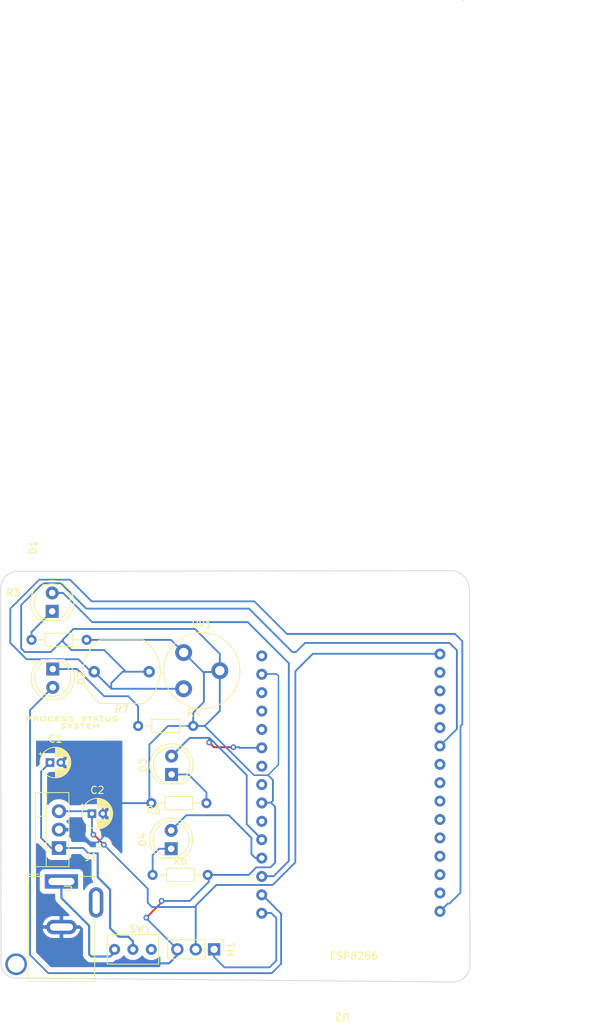
<source format=kicad_pcb>
(kicad_pcb (version 20211014) (generator pcbnew)
  (layers (0 "F.Cu" signal) (31 "B.Cu" signal) (34 "B.Paste" user) (35 "F.Paste" user) (36 "B.SilkS" user "B.Silkscreen") (37 "F.SilkS" user "F.Silkscreen") (38 "B.Mask" user) (39 "F.Mask" user) (44 "Edge.Cuts" user))
  (net 0 "")
  (net 1 "Net-(D1-Pad1)")
  (net 2 "Net-(D2-Pad1)")
  (net 3 "P3_LED")
  (net 4 "Net-(D3-Pad1)")
  (net 5 "P1_LED")
  (net 6 "Net-(D4-Pad1)")
  (net 7 "P2_LED")
  (net 8 "SERVO_SIGNAL")
  (net 9 "LDR1")
  (net 11 "Net-(C1-Pad1)")
  (net 15 "P4_LED")
  (net 17 "Net-(J1-Pad1)")
  (net 33 "GND")
  (net 34 "5V")
  (footprint "Capacitor_THT:CP_Radial_D4.0mm_P1.50mm" (layer "F.Cu") (at 24.24 133.2726)
    (fp_text reference "C1" (at 0.75 -3.25) (layer "F.SilkS"))
    (fp_text value "C")
    (fp_line (start 2.831 -0.37) (end 2.831 0.37) (layer "F.SilkS") (width 0.12))
    (fp_line (start 0.75 -2.08) (end 0.75 -0.84) (layer "F.SilkS") (width 0.12))
    (fp_line (start 2.031 -1.65) (end 2.031 -0.84) (layer "F.SilkS") (width 0.12))
    (fp_line (start 1.43 -1.968) (end 1.43 -0.84) (layer "F.SilkS") (width 0.12))
    (fp_line (start 2.111 -1.587) (end 2.111 -0.84) (layer "F.SilkS") (width 0.12))
    (fp_line (start 2.271 -1.438) (end 2.271 -0.84) (layer "F.SilkS") (width 0.12))
    (fp_line (start 1.511 0.84) (end 1.511 1.94) (layer "F.SilkS") (width 0.12))
    (fp_line (start 1.951 -1.708) (end 1.951 -0.84) (layer "F.SilkS") (width 0.12))
    (fp_line (start 1.631 0.84) (end 1.631 1.889) (layer "F.SilkS") (width 0.12))
    (fp_line (start 2.151 0.84) (end 2.151 1.552) (layer "F.SilkS") (width 0.12))
    (fp_line (start 1.911 0.84) (end 1.911 1.735) (layer "F.SilkS") (width 0.12))
    (fp_line (start 1.07 0.84) (end 1.07 2.056) (layer "F.SilkS") (width 0.12))
    (fp_line (start 1.15 0.84) (end 1.15 2.042) (layer "F.SilkS") (width 0.12))
    (fp_line (start 2.711 -0.768) (end 2.711 0.768) (layer "F.SilkS") (width 0.12))
    (fp_line (start 1.871 -1.76) (end 1.871 -0.84) (layer "F.SilkS") (width 0.12))
    (fp_line (start 0.75 0.84) (end 0.75 2.08) (layer "F.SilkS") (width 0.12))
    (fp_line (start 1.791 0.84) (end 1.791 1.808) (layer "F.SilkS") (width 0.12))
    (fp_line (start 1.39 0.84) (end 1.39 1.982) (layer "F.SilkS") (width 0.12))
    (fp_line (start 1.591 -1.907) (end 1.591 -0.84) (layer "F.SilkS") (width 0.12))
    (fp_line (start 2.671 -0.859) (end 2.671 0.859) (layer "F.SilkS") (width 0.12))
    (fp_line (start 2.631 -0.94) (end 2.631 0.94) (layer "F.SilkS") (width 0.12))
    (fp_line (start 1.711 0.84) (end 1.711 1.851) (layer "F.SilkS") (width 0.12))
    (fp_line (start 2.111 0.84) (end 2.111 1.587) (layer "F.SilkS") (width 0.12))
    (fp_line (start 1.991 -1.68) (end 1.991 -0.84) (layer "F.SilkS") (width 0.12))
    (fp_line (start 1.35 -1.994) (end 1.35 -0.84) (layer "F.SilkS") (width 0.12))
    (fp_line (start 1.711 -1.851) (end 1.711 -0.84) (layer "F.SilkS") (width 0.12))
    (fp_line (start 1.831 -1.785) (end 1.831 -0.84) (layer "F.SilkS") (width 0.12))
    (fp_line (start 1.11 0.84) (end 1.11 2.05) (layer "F.SilkS") (width 0.12))
    (fp_line (start 1.27 -2.016) (end 1.27 -0.84) (layer "F.SilkS") (width 0.12))
    (fp_line (start 1.19 -2.034) (end 1.19 -0.84) (layer "F.SilkS") (width 0.12))
    (fp_line (start 1.751 -1.83) (end 1.751 -0.84) (layer "F.SilkS") (width 0.12))
    (fp_line (start 0.83 -2.079) (end 0.83 -0.84) (layer "F.SilkS") (width 0.12))
    (fp_line (start 1.671 -1.87) (end 1.671 -0.84) (layer "F.SilkS") (width 0.12))
    (fp_line (start 2.071 0.84) (end 2.071 1.619) (layer "F.SilkS") (width 0.12))
    (fp_line (start 1.951 0.84) (end 1.951 1.708) (layer "F.SilkS") (width 0.12))
    (fp_line (start 1.03 0.84) (end 1.03 2.062) (layer "F.SilkS") (width 0.12))
    (fp_line (start 1.591 0.84) (end 1.591 1.907) (layer "F.SilkS") (width 0.12))
    (fp_line (start 1.23 -2.025) (end 1.23 -0.84) (layer "F.SilkS") (width 0.12))
    (fp_line (start 1.35 0.84) (end 1.35 1.994) (layer "F.SilkS") (width 0.12))
    (fp_line (start 0.95 -2.071) (end 0.95 -0.84) (layer "F.SilkS") (width 0.12))
    (fp_line (start 2.311 0.84) (end 2.311 1.396) (layer "F.SilkS") (width 0.12))
    (fp_line (start 2.791 -0.537) (end 2.791 0.537) (layer "F.SilkS") (width 0.12))
    (fp_line (start 1.991 0.84) (end 1.991 1.68) (layer "F.SilkS") (width 0.12))
    (fp_line (start 1.23 0.84) (end 1.23 2.025) (layer "F.SilkS") (width 0.12))
    (fp_line (start 1.471 -1.954) (end 1.471 -0.84) (layer "F.SilkS") (width 0.12))
    (fp_line (start 1.911 -1.735) (end 1.911 -0.84) (layer "F.SilkS") (width 0.12))
    (fp_line (start 2.471 -1.2) (end 2.471 1.2) (layer "F.SilkS") (width 0.12))
    (fp_line (start 1.15 -2.042) (end 1.15 -0.84) (layer "F.SilkS") (width 0.12))
    (fp_line (start 0.87 -2.077) (end 0.87 -0.84) (layer "F.SilkS") (width 0.12))
    (fp_line (start 1.471 0.84) (end 1.471 1.954) (layer "F.SilkS") (width 0.12))
    (fp_line (start 2.071 -1.619) (end 2.071 -0.84) (layer "F.SilkS") (width 0.12))
    (fp_line (start 2.191 -1.516) (end 2.191 -0.84) (layer "F.SilkS") (width 0.12))
    (fp_line (start 1.831 0.84) (end 1.831 1.785) (layer "F.SilkS") (width 0.12))
    (fp_line (start 1.31 0.84) (end 1.31 2.005) (layer "F.SilkS") (width 0.12))
    (fp_line (start 0.79 0.84) (end 0.79 2.08) (layer "F.SilkS") (width 0.12))
    (fp_line (start -1.519801 -1.195) (end -1.119801 -1.195) (layer "F.SilkS") (width 0.12))
    (fp_line (start 2.311 -1.396) (end 2.311 -0.84) (layer "F.SilkS") (width 0.12))
    (fp_line (start 1.27 0.84) (end 1.27 2.016) (layer "F.SilkS") (width 0.12))
    (fp_line (start 1.751 0.84) (end 1.751 1.83) (layer "F.SilkS") (width 0.12))
    (fp_line (start 1.551 -1.924) (end 1.551 -0.84) (layer "F.SilkS") (width 0.12))
    (fp_line (start 0.91 0.84) (end 0.91 2.074) (layer "F.SilkS") (width 0.12))
    (fp_line (start 2.431 -1.254) (end 2.431 1.254) (layer "F.SilkS") (width 0.12))
    (fp_line (start 1.551 0.84) (end 1.551 1.924) (layer "F.SilkS") (width 0.12))
    (fp_line (start 2.231 -1.478) (end 2.231 -0.84) (layer "F.SilkS") (width 0.12))
    (fp_line (start 0.99 0.84) (end 0.99 2.067) (layer "F.SilkS") (width 0.12))
    (fp_line (start 1.43 0.84) (end 1.43 1.968) (layer "F.SilkS") (width 0.12))
    (fp_line (start 2.551 -1.08) (end 2.551 1.08) (layer "F.SilkS") (width 0.12))
    (fp_line (start 1.31 -2.005) (end 1.31 -0.84) (layer "F.SilkS") (width 0.12))
    (fp_line (start -1.319801 -1.395) (end -1.319801 -0.995) (layer "F.SilkS") (width 0.12))
    (fp_line (start 1.11 -2.05) (end 1.11 -0.84) (layer "F.SilkS") (width 0.12))
    (fp_line (start 2.511 -1.142) (end 2.511 1.142) (layer "F.SilkS") (width 0.12))
    (fp_line (start 2.591 -1.013) (end 2.591 1.013) (layer "F.SilkS") (width 0.12))
    (fp_line (start 1.39 -1.982) (end 1.39 -0.84) (layer "F.SilkS") (width 0.12))
    (fp_line (start 1.511 -1.94) (end 1.511 -0.84) (layer "F.SilkS") (width 0.12))
    (fp_line (start 0.79 -2.08) (end 0.79 -0.84) (layer "F.SilkS") (width 0.12))
    (fp_line (start 2.751 -0.664) (end 2.751 0.664) (layer "F.SilkS") (width 0.12))
    (fp_line (start 1.671 0.84) (end 1.671 1.87) (layer "F.SilkS") (width 0.12))
    (fp_line (start 2.191 0.84) (end 2.191 1.516) (layer "F.SilkS") (width 0.12))
    (fp_line (start 1.791 -1.808) (end 1.791 -0.84) (layer "F.SilkS") (width 0.12))
    (fp_line (start 1.03 -2.062) (end 1.03 -0.84) (layer "F.SilkS") (width 0.12))
    (fp_line (start 0.91 -2.074) (end 0.91 -0.84) (layer "F.SilkS") (width 0.12))
    (fp_line (start 1.07 -2.056) (end 1.07 -0.84) (layer "F.SilkS") (width 0.12))
    (fp_line (start 2.271 0.84) (end 2.271 1.438) (layer "F.SilkS") (width 0.12))
    (fp_line (start 1.19 0.84) (end 1.19 2.034) (layer "F.SilkS") (width 0.12))
    (fp_line (start 2.031 0.84) (end 2.031 1.65) (layer "F.SilkS") (width 0.12))
    (fp_line (start 2.391 -1.304) (end 2.391 1.304) (layer "F.SilkS") (width 0.12))
    (fp_line (start 0.83 0.84) (end 0.83 2.079) (layer "F.SilkS") (width 0.12))
    (fp_line (start 0.99 -2.067) (end 0.99 -0.84) (layer "F.SilkS") (width 0.12))
    (fp_line (start 1.871 0.84) (end 1.871 1.76) (layer "F.SilkS") (width 0.12))
    (fp_line (start 2.231 0.84) (end 2.231 1.478) (layer "F.SilkS") (width 0.12))
    (fp_line (start 2.351 -1.351) (end 2.351 1.351) (layer "F.SilkS") (width 0.12))
    (fp_line (start 2.151 -1.552) (end 2.151 -0.84) (layer "F.SilkS") (width 0.12))
    (fp_line (start 1.631 -1.889) (end 1.631 -0.84) (layer "F.SilkS") (width 0.12))
    (fp_line (start 0.87 0.84) (end 0.87 2.077) (layer "F.SilkS") (width 0.12))
    (fp_line (start 0.95 0.84) (end 0.95 2.071) (layer "F.SilkS") (width 0.12))
    (fp_circle (center 0.75 0) (end 2.87 0) (layer "F.SilkS") (width 0.12) (fill none))
    (pad "1" thru_hole rect (at 0 0) (size 1.2 1.2) (drill 0.6) (layers *.Cu *.Mask) (net 11 "Net-(C1-Pad1)"))
    (pad "2" thru_hole circle (at 1.5 0) (size 1.2 1.2) (drill 0.6) (layers *.Cu *.Mask) (net 33 "GND"))
  )
  (footprint "custom-footprints:ESP8266-Generic" (layer "F.Cu") (at 91.874 158.6695 180)
    (fp_text reference "U2" (at 27.178 -9.755 180 unlocked) (layer "F.SilkS"))
    (fp_text value "ESP8266-Generic")
    (pad "1" thru_hole circle (at 13.716 4.826 180) (size 1.524 1.524) (drill 0.762) (layers *.Cu *.Mask) (net 9 "LDR1"))
    (pad "2" thru_hole circle (at 13.716 7.366 180) (size 1.524 1.524) (drill 0.762) (layers *.Cu *.Mask))
    (pad "3" thru_hole circle (at 13.716 9.906 180) (size 1.524 1.524) (drill 0.762) (layers *.Cu *.Mask))
    (pad "4" thru_hole circle (at 13.716 12.446 180) (size 1.524 1.524) (drill 0.762) (layers *.Cu *.Mask))
    (pad "5" thru_hole circle (at 13.716 14.986 180) (size 1.524 1.524) (drill 0.762) (layers *.Cu *.Mask))
    (pad "6" thru_hole circle (at 13.716 17.526 180) (size 1.524 1.524) (drill 0.762) (layers *.Cu *.Mask))
    (pad "7" thru_hole circle (at 13.716 20.066 180) (size 1.524 1.524) (drill 0.762) (layers *.Cu *.Mask))
    (pad "8" thru_hole circle (at 13.716 22.606 180) (size 1.524 1.524) (drill 0.762) (layers *.Cu *.Mask))
    (pad "9" thru_hole circle (at 13.716 25.146 180) (size 1.524 1.524) (drill 0.762) (layers *.Cu *.Mask))
    (pad "10" thru_hole circle (at 13.716 27.686 180) (size 1.524 1.524) (drill 0.762) (layers *.Cu *.Mask) (net 33 "GND"))
    (pad "11" thru_hole circle (at 13.716 30.226 180) (size 1.524 1.524) (drill 0.762) (layers *.Cu *.Mask))
    (pad "12" thru_hole circle (at 13.716 32.766 180) (size 1.524 1.524) (drill 0.762) (layers *.Cu *.Mask))
    (pad "13" thru_hole circle (at 13.716 35.306 180) (size 1.524 1.524) (drill 0.762) (layers *.Cu *.Mask))
    (pad "14" thru_hole circle (at 13.716 37.846 180) (size 1.524 1.524) (drill 0.762) (layers *.Cu *.Mask))
    (pad "15" thru_hole circle (at 13.716 40.386 180) (size 1.524 1.524) (drill 0.762) (layers *.Cu *.Mask) (net 34 "5V"))
    (pad "16" thru_hole circle (at 38.354 40.132 180) (size 1.524 1.524) (drill 0.762) (layers *.Cu *.Mask))
    (pad "17" thru_hole circle (at 38.354 37.592 180) (size 1.524 1.524) (drill 0.762) (layers *.Cu *.Mask))
    (pad "18" thru_hole circle (at 38.354 35.052 180) (size 1.524 1.524) (drill 0.762) (layers *.Cu *.Mask))
    (pad "19" thru_hole circle (at 38.354 32.512 180) (size 1.524 1.524) (drill 0.762) (layers *.Cu *.Mask))
    (pad "20" thru_hole circle (at 38.354 29.972 180) (size 1.524 1.524) (drill 0.762) (layers *.Cu *.Mask))
    (pad "21" thru_hole circle (at 38.354 27.432 180) (size 1.524 1.524) (drill 0.762) (layers *.Cu *.Mask) (net 5 "P1_LED"))
    (pad "22" thru_hole circle (at 38.354 24.892 180) (size 1.524 1.524) (drill 0.762) (layers *.Cu *.Mask))
    (pad "23" thru_hole circle (at 38.354 22.352 180) (size 1.524 1.524) (drill 0.762) (layers *.Cu *.Mask))
    (pad "24" thru_hole circle (at 38.354 19.812 180) (size 1.524 1.524) (drill 0.762) (layers *.Cu *.Mask))
    (pad "25" thru_hole circle (at 38.354 17.272 180) (size 1.524 1.524) (drill 0.762) (layers *.Cu *.Mask))
    (pad "26" thru_hole circle (at 38.354 14.732 180) (size 1.524 1.524) (drill 0.762) (layers *.Cu *.Mask))
    (pad "27" thru_hole circle (at 38.354 12.192 180) (size 1.524 1.524) (drill 0.762) (layers *.Cu *.Mask) (net 7 "P2_LED"))
    (pad "28" thru_hole circle (at 38.354 9.652 180) (size 1.524 1.524) (drill 0.762) (layers *.Cu *.Mask) (net 3 "P3_LED"))
    (pad "29" thru_hole circle (at 38.354 7.112 180) (size 1.524 1.524) (drill 0.762) (layers *.Cu *.Mask) (net 15 "P4_LED"))
    (pad "30" thru_hole circle (at 38.354 4.572 180) (size 1.524 1.524) (drill 0.762) (layers *.Cu *.Mask) (net 8 "SERVO_SIGNAL"))
  )
  (footprint "LED_THT:LED_D5.0mm" (layer "F.Cu") (at 40.9956 145.1864 90)
    (fp_text reference "D4" (at 1.27 -3.96 90) (layer "F.SilkS"))
    (fp_text value "LED")
    (fp_line (start -1.29 -1.545) (end -1.29 1.545) (layer "F.SilkS") (width 0.12))
    (fp_arc (start -1.29 -1.54483) (mid 2.072002 -2.880433) (end 4.26 0.000462) (layer "F.SilkS") (width 0.12))
    (fp_arc (start 4.26 -0.000462) (mid 2.072002 2.880433) (end -1.29 1.54483) (layer "F.SilkS") (width 0.12))
    (fp_circle (center 1.27 0) (end 3.77 0) (layer "F.SilkS") (width 0.12) (fill none))
    (pad "1" thru_hole rect (at 0 0 90) (size 1.8 1.8) (drill 0.9) (layers *.Cu *.Mask) (net 6 "Net-(D4-Pad1)"))
    (pad "2" thru_hole circle (at 2.54 0 90) (size 1.8 1.8) (drill 0.9) (layers *.Cu *.Mask) (net 7 "P2_LED"))
  )
  (footprint "LED_THT:LED_D5.0mm" (layer "F.Cu") (at 24.62 120.345 -90)
    (fp_text reference "D2" (at 1.27 -3.96 90) (layer "F.SilkS"))
    (fp_text value "LED")
    (fp_line (start -1.29 -1.545) (end -1.29 1.545) (layer "F.SilkS") (width 0.12))
    (fp_arc (start 4.26 -0.000462) (mid 2.072002 2.880433) (end -1.29 1.54483) (layer "F.SilkS") (width 0.12))
    (fp_arc (start -1.29 -1.54483) (mid 2.072002 -2.880433) (end 4.26 0.000462) (layer "F.SilkS") (width 0.12))
    (fp_circle (center 1.27 0) (end 3.77 0) (layer "F.SilkS") (width 0.12) (fill none))
    (pad "1" thru_hole rect (at 0 0 270) (size 1.8 1.8) (drill 0.9) (layers *.Cu *.Mask) (net 2 "Net-(D2-Pad1)"))
    (pad "2" thru_hole circle (at 2.54 0 270) (size 1.8 1.8) (drill 0.9) (layers *.Cu *.Mask) (net 15 "P4_LED"))
  )
  (footprint "Connector_PinHeader_2.54mm:PinHeader_1x03_P2.54mm_Vertical" (layer "F.Cu") (at 46.93 159.09 -90)
    (fp_text reference "M1" (at 0 -2.33 90) (layer "F.SilkS"))
    (fp_text value "Motor_Servo")
    (fp_line (start 1.33 1.27) (end 1.33 6.41) (layer "F.SilkS") (width 0.12))
    (fp_line (start -1.33 1.27) (end -1.33 6.41) (layer "F.SilkS") (width 0.12))
    (fp_line (start -1.33 -1.33) (end 0 -1.33) (layer "F.SilkS") (width 0.12))
    (fp_line (start -1.33 6.41) (end 1.33 6.41) (layer "F.SilkS") (width 0.12))
    (fp_line (start -1.33 0) (end -1.33 -1.33) (layer "F.SilkS") (width 0.12))
    (fp_line (start -1.33 1.27) (end 1.33 1.27) (layer "F.SilkS") (width 0.12))
    (pad "1" thru_hole rect (at 0 0 270) (size 1.7 1.7) (drill 1) (layers *.Cu *.Mask) (net 8 "SERVO_SIGNAL"))
    (pad "2" thru_hole oval (at 0 2.54 270) (size 1.7 1.7) (drill 1) (layers *.Cu *.Mask) (net 34 "5V"))
    (pad "3" thru_hole oval (at 0 5.08 270) (size 1.7 1.7) (drill 1) (layers *.Cu *.Mask) (net 33 "GND"))
  )
  (footprint "custom-footprints:piano-slide-switchx3" (layer "F.Cu") (at 32.1498 157.067)
    (fp_text reference "SW1" (at 4.572 -0.762 unlocked) (layer "F.SilkS"))
    (fp_text value "SW_SPST")
    (fp_rect (start 0 0) (end 7.112 4.064) (layer "F.SilkS") (width 0.12) (fill none))
    (pad "1" thru_hole circle (at 1.016 2.032) (size 1.524 1.524) (drill 0.762) (layers *.Cu *.Mask) (net 17 "Net-(J1-Pad1)"))
    (pad "2" thru_hole circle (at 3.556 2.032) (size 1.524 1.524) (drill 0.762) (layers *.Cu *.Mask) (net 11 "Net-(C1-Pad1)"))
    (pad "3" thru_hole circle (at 6.096 2.032) (size 1.524 1.524) (drill 0.762) (layers *.Cu *.Mask))
  )
  (footprint "LED_THT:LED_D5.0mm" (layer "F.Cu") (at 41.0464 134.9248 90)
    (fp_text reference "D3" (at 1.27 -3.96 90) (layer "F.SilkS"))
    (fp_text value "LED")
    (fp_line (start -1.29 -1.545) (end -1.29 1.545) (layer "F.SilkS") (width 0.12))
    (fp_arc (start 4.26 -0.000462) (mid 2.072002 2.880433) (end -1.29 1.54483) (layer "F.SilkS") (width 0.12))
    (fp_arc (start -1.29 -1.54483) (mid 2.072002 -2.880433) (end 4.26 0.000462) (layer "F.SilkS") (width 0.12))
    (fp_circle (center 1.27 0) (end 3.77 0) (layer "F.SilkS") (width 0.12) (fill none))
    (pad "1" thru_hole rect (at 0 0 90) (size 1.8 1.8) (drill 0.9) (layers *.Cu *.Mask) (net 4 "Net-(D3-Pad1)"))
    (pad "2" thru_hole circle (at 2.54 0 90) (size 1.8 1.8) (drill 0.9) (layers *.Cu *.Mask) (net 5 "P1_LED"))
  )
  (footprint "OptoDevice:R_LDR_10x8.5mm_P7.6mm_Vertical" (layer "F.Cu") (at 37.95 120.72 180)
    (fp_text reference "R7" (at 3.8 -5.2) (layer "F.SilkS"))
    (fp_text value "LDR03")
    (fp_line (start 0.8 4.4) (end 6.8 4.4) (layer "F.SilkS") (width 0.12))
    (fp_line (start 0.8 -4.4) (end 6.8 -4.4) (layer "F.SilkS") (width 0.12))
    (fp_arc (start 6.8 -4.4) (mid 9.125374 -0.019809) (end 6.83265 4.37756) (layer "F.SilkS") (width 0.12))
    (fp_arc (start 0.8 4.4) (mid -1.525374 0.019809) (end 0.76735 -4.37756) (layer "F.SilkS") (width 0.12))
    (pad "1" thru_hole circle (at 0 0 180) (size 1.6 1.6) (drill 0.8) (layers *.Cu *.Mask) (net 9 "LDR1"))
    (pad "2" thru_hole circle (at 7.6 0 180) (size 1.6 1.6) (drill 0.8) (layers *.Cu *.Mask) (net 9 "LDR1"))
  )
  (footprint "Resistor_THT:R_Axial_DIN0204_L3.6mm_D1.6mm_P7.62mm_Horizontal" (layer "F.Cu") (at 21.68 116.32)
    (fp_text reference "R3" (at -2.5216 -6.5158) (layer "F.SilkS"))
    (fp_text value "220")
    (fp_line (start 1.89 0.92) (end 5.73 0.92) (layer "F.SilkS") (width 0.12))
    (fp_line (start 1.89 -0.92) (end 1.89 0.92) (layer "F.SilkS") (width 0.12))
    (fp_line (start 5.73 0.92) (end 5.73 -0.92) (layer "F.SilkS") (width 0.12))
    (fp_line (start 6.68 0) (end 5.73 0) (layer "F.SilkS") (width 0.12))
    (fp_line (start 5.73 -0.92) (end 1.89 -0.92) (layer "F.SilkS") (width 0.12))
    (fp_line (start 0.94 0) (end 1.89 0) (layer "F.SilkS") (width 0.12))
    (pad "1" thru_hole circle (at 0 0) (size 1.4 1.4) (drill 0.7) (layers *.Cu *.Mask) (net 1 "Net-(D1-Pad1)"))
    (pad "2" thru_hole oval (at 7.62 0) (size 1.4 1.4) (drill 0.7) (layers *.Cu *.Mask) (net 33 "GND"))
  )
  (footprint "Capacitor_THT:CP_Radial_D4.0mm_P1.50mm" (layer "F.Cu") (at 30.037401 140.34)
    (fp_text reference "C2" (at 0.75 -3.25) (layer "F.SilkS"))
    (fp_text value "C")
    (fp_line (start 2.111 0.84) (end 2.111 1.587) (layer "F.SilkS") (width 0.12))
    (fp_line (start 1.711 0.84) (end 1.711 1.851) (layer "F.SilkS") (width 0.12))
    (fp_line (start 2.511 -1.142) (end 2.511 1.142) (layer "F.SilkS") (width 0.12))
    (fp_line (start 0.87 -2.077) (end 0.87 -0.84) (layer "F.SilkS") (width 0.12))
    (fp_line (start 2.551 -1.08) (end 2.551 1.08) (layer "F.SilkS") (width 0.12))
    (fp_line (start 0.83 0.84) (end 0.83 2.079) (layer "F.SilkS") (width 0.12))
    (fp_line (start 2.591 -1.013) (end 2.591 1.013) (layer "F.SilkS") (width 0.12))
    (fp_line (start 1.27 -2.016) (end 1.27 -0.84) (layer "F.SilkS") (width 0.12))
    (fp_line (start -1.319801 -1.395) (end -1.319801 -0.995) (layer "F.SilkS") (width 0.12))
    (fp_line (start 1.23 0.84) (end 1.23 2.025) (layer "F.SilkS") (width 0.12))
    (fp_line (start 1.751 -1.83) (end 1.751 -0.84) (layer "F.SilkS") (width 0.12))
    (fp_line (start 0.95 -2.071) (end 0.95 -0.84) (layer "F.SilkS") (width 0.12))
    (fp_line (start 2.431 -1.254) (end 2.431 1.254) (layer "F.SilkS") (width 0.12))
    (fp_line (start 1.11 -2.05) (end 1.11 -0.84) (layer "F.SilkS") (width 0.12))
    (fp_line (start 1.11 0.84) (end 1.11 2.05) (layer "F.SilkS") (width 0.12))
    (fp_line (start 0.99 0.84) (end 0.99 2.067) (layer "F.SilkS") (width 0.12))
    (fp_line (start 1.671 -1.87) (end 1.671 -0.84) (layer "F.SilkS") (width 0.12))
    (fp_line (start 1.19 -2.034) (end 1.19 -0.84) (layer "F.SilkS") (width 0.12))
    (fp_line (start 1.39 0.84) (end 1.39 1.982) (layer "F.SilkS") (width 0.12))
    (fp_line (start 1.471 -1.954) (end 1.471 -0.84) (layer "F.SilkS") (width 0.12))
    (fp_line (start 1.03 0.84) (end 1.03 2.062) (layer "F.SilkS") (width 0.12))
    (fp_line (start 1.911 -1.735) (end 1.911 -0.84) (layer "F.SilkS") (width 0.12))
    (fp_line (start 1.791 -1.808) (end 1.791 -0.84) (layer "F.SilkS") (width 0.12))
    (fp_line (start 1.07 -2.056) (end 1.07 -0.84) (layer "F.SilkS") (width 0.12))
    (fp_line (start 1.631 0.84) (end 1.631 1.889) (layer "F.SilkS") (width 0.12))
    (fp_line (start 2.151 -1.552) (end 2.151 -0.84) (layer "F.SilkS") (width 0.12))
    (fp_line (start 1.31 -2.005) (end 1.31 -0.84) (layer "F.SilkS") (width 0.12))
    (fp_line (start 0.83 -2.079) (end 0.83 -0.84) (layer "F.SilkS") (width 0.12))
    (fp_line (start 1.951 -1.708) (end 1.951 -0.84) (layer "F.SilkS") (width 0.12))
    (fp_line (start 1.551 -1.924) (end 1.551 -0.84) (layer "F.SilkS") (width 0.12))
    (fp_line (start 2.111 -1.587) (end 2.111 -0.84) (layer "F.SilkS") (width 0.12))
    (fp_line (start 2.271 -1.438) (end 2.271 -0.84) (layer "F.SilkS") (width 0.12))
    (fp_line (start 2.831 -0.37) (end 2.831 0.37) (layer "F.SilkS") (width 0.12))
    (fp_line (start 0.79 0.84) (end 0.79 2.08) (layer "F.SilkS") (width 0.12))
    (fp_line (start 0.87 0.84) (end 0.87 2.077) (layer "F.SilkS") (width 0.12))
    (fp_line (start 1.591 -1.907) (end 1.591 -0.84) (layer "F.SilkS") (width 0.12))
    (fp_line (start 1.791 0.84) (end 1.791 1.808) (layer "F.SilkS") (width 0.12))
    (fp_line (start 1.511 0.84) (end 1.511 1.94) (layer "F.SilkS") (width 0.12))
    (fp_line (start 2.191 -1.516) (end 2.191 -0.84) (layer "F.SilkS") (width 0.12))
    (fp_line (start 2.471 -1.2) (end 2.471 1.2) (layer "F.SilkS") (width 0.12))
    (fp_line (start 2.671 -0.859) (end 2.671 0.859) (layer "F.SilkS") (width 0.12))
    (fp_line (start 1.43 -1.968) (end 1.43 -0.84) (layer "F.SilkS") (width 0.12))
    (fp_line (start 0.79 -2.08) (end 0.79 -0.84) (layer "F.SilkS") (width 0.12))
    (fp_line (start 1.631 -1.889) (end 1.631 -0.84) (layer "F.SilkS") (width 0.12))
    (fp_line (start 1.23 -2.025) (end 1.23 -0.84) (layer "F.SilkS") (width 0.12))
    (fp_line (start 1.991 -1.68) (end 1.991 -0.84) (layer "F.SilkS") (width 0.12))
    (fp_line (start 1.35 0.84) (end 1.35 1.994) (layer "F.SilkS") (width 0.12))
    (fp_line (start 1.471 0.84) (end 1.471 1.954) (layer "F.SilkS") (width 0.12))
    (fp_line (start 2.751 -0.664) (end 2.751 0.664) (layer "F.SilkS") (width 0.12))
    (fp_line (start 1.15 0.84) (end 1.15 2.042) (layer "F.SilkS") (width 0.12))
    (fp_line (start 0.75 -2.08) (end 0.75 -0.84) (layer "F.SilkS") (width 0.12))
    (fp_line (start 1.831 0.84) (end 1.831 1.785) (layer "F.SilkS") (width 0.12))
    (fp_line (start 0.95 0.84) (end 0.95 2.071) (layer "F.SilkS") (width 0.12))
    (fp_line (start 2.191 0.84) (end 2.191 1.516) (layer "F.SilkS") (width 0.12))
    (fp_line (start 1.591 0.84) (end 1.591 1.907) (layer "F.SilkS") (width 0.12))
    (fp_line (start 1.15 -2.042) (end 1.15 -0.84) (layer "F.SilkS") (width 0.12))
    (fp_line (start 2.031 -1.65) (end 2.031 -0.84) (layer "F.SilkS") (width 0.12))
    (fp_line (start 1.27 0.84) (end 1.27 2.016) (layer "F.SilkS") (width 0.12))
    (fp_line (start 2.031 0.84) (end 2.031 1.65) (layer "F.SilkS") (width 0.12))
    (fp_line (start 0.91 -2.074) (end 0.91 -0.84) (layer "F.SilkS") (width 0.12))
    (fp_line (start 1.19 0.84) (end 1.19 2.034) (layer "F.SilkS") (width 0.12))
    (fp_line (start 1.39 -1.982) (end 1.39 -0.84) (layer "F.SilkS") (width 0.12))
    (fp_line (start 2.351 -1.351) (end 2.351 1.351) (layer "F.SilkS") (width 0.12))
    (fp_line (start 1.551 0.84) (end 1.551 1.924) (layer "F.SilkS") (width 0.12))
    (fp_line (start 2.711 -0.768) (end 2.711 0.768) (layer "F.SilkS") (width 0.12))
    (fp_line (start 2.631 -0.94) (end 2.631 0.94) (layer "F.SilkS") (width 0.12))
    (fp_line (start 1.07 0.84) (end 1.07 2.056) (layer "F.SilkS") (width 0.12))
    (fp_line (start 1.831 -1.785) (end 1.831 -0.84) (layer "F.SilkS") (width 0.12))
    (fp_line (start 1.03 -2.062) (end 1.03 -0.84) (layer "F.SilkS") (width 0.12))
    (fp_line (start 2.231 -1.478) (end 2.231 -0.84) (layer "F.SilkS") (width 0.12))
    (fp_line (start 1.751 0.84) (end 1.751 1.83) (layer "F.SilkS") (width 0.12))
    (fp_line (start 1.671 0.84) (end 1.671 1.87) (layer "F.SilkS") (width 0.12))
    (fp_line (start 2.391 -1.304) (end 2.391 1.304) (layer "F.SilkS") (width 0.12))
    (fp_line (start 0.75 0.84) (end 0.75 2.08) (layer "F.SilkS") (width 0.12))
    (fp_line (start 2.231 0.84) (end 2.231 1.478) (layer "F.SilkS") (width 0.12))
    (fp_line (start 2.271 0.84) (end 2.271 1.438) (layer "F.SilkS") (width 0.12))
    (fp_line (start 2.311 -1.396) (end 2.311 -0.84) (layer "F.SilkS") (width 0.12))
    (fp_line (start 1.35 -1.994) (end 1.35 -0.84) (layer "F.SilkS") (width 0.12))
    (fp_line (start 1.871 -1.76) (end 1.871 -0.84) (layer "F.SilkS") (width 0.12))
    (fp_line (start 1.911 0.84) (end 1.911 1.735) (layer "F.SilkS") (width 0.12))
    (fp_line (start 1.511 -1.94) (end 1.511 -0.84) (layer "F.SilkS") (width 0.12))
    (fp_line (start 1.43 0.84) (end 1.43 1.968) (layer "F.SilkS") (width 0.12))
    (fp_line (start 2.311 0.84) (end 2.311 1.396) (layer "F.SilkS") (width 0.12))
    (fp_line (start -1.519801 -1.195) (end -1.119801 -1.195) (layer "F.SilkS") (width 0.12))
    (fp_line (start 2.071 -1.619) (end 2.071 -0.84) (layer "F.SilkS") (width 0.12))
    (fp_line (start 0.91 0.84) (end 0.91 2.074) (layer "F.SilkS") (width 0.12))
    (fp_line (start 1.711 -1.851) (end 1.711 -0.84) (layer "F.SilkS") (width 0.12))
    (fp_line (start 2.791 -0.537) (end 2.791 0.537) (layer "F.SilkS") (width 0.12))
    (fp_line (start 1.991 0.84) (end 1.991 1.68) (layer "F.SilkS") (width 0.12))
    (fp_line (start 2.071 0.84) (end 2.071 1.619) (layer "F.SilkS") (width 0.12))
    (fp_line (start 0.99 -2.067) (end 0.99 -0.84) (layer "F.SilkS") (width 0.12))
    (fp_line (start 2.151 0.84) (end 2.151 1.552) (layer "F.SilkS") (width 0.12))
    (fp_line (start 1.951 0.84) (end 1.951 1.708) (layer "F.SilkS") (width 0.12))
    (fp_line (start 1.31 0.84) (end 1.31 2.005) (layer "F.SilkS") (width 0.12))
    (fp_line (start 1.871 0.84) (end 1.871 1.76) (layer "F.SilkS") (width 0.12))
    (fp_circle (center 0.75 0) (end 2.87 0) (layer "F.SilkS") (width 0.12) (fill none))
    (pad "1" thru_hole rect (at 0 0) (size 1.2 1.2) (drill 0.6) (layers *.Cu *.Mask) (net 34 "5V"))
    (pad "2" thru_hole circle (at 1.5 0) (size 1.2 1.2) (drill 0.6) (layers *.Cu *.Mask) (net 33 "GND"))
  )
  (footprint "LED_THT:LED_D5.0mm" (layer "F.Cu") (at 24.54 112.38 90)
    (fp_text reference "D1" (at 8.820048 -2.66 90) (layer "F.SilkS"))
    (fp_text value "LED")
    (fp_line (start -1.29 -1.545) (end -1.29 1.545) (layer "F.SilkS") (width 0.12))
    (fp_arc (start 4.26 -0.000462) (mid 2.072002 2.880433) (end -1.29 1.54483) (layer "F.SilkS") (width 0.12))
    (fp_arc (start -1.29 -1.54483) (mid 2.072002 -2.880433) (end 4.26 0.000462) (layer "F.SilkS") (width 0.12))
    (fp_circle (center 1.27 0) (end 3.77 0) (layer "F.SilkS") (width 0.12) (fill none))
    (pad "1" thru_hole rect (at 0 0 90) (size 1.8 1.8) (drill 0.9) (layers *.Cu *.Mask) (net 1 "Net-(D1-Pad1)"))
    (pad "2" thru_hole circle (at 2.54 0 90) (size 1.8 1.8) (drill 0.9) (layers *.Cu *.Mask) (net 3 "P3_LED"))
  )
  (footprint "Connector_BarrelJack:BarrelJack_GCT_DCJ200-10-A_Horizontal" (layer "F.Cu") (at 25.8168 149.7076)
    (fp_text reference "J1" (at 4.1044 -3.341401) (layer "F.SilkS"))
    (fp_text value "Barrel_Jack")
    (fp_line (start -4.9 -1) (end -4.9 0.3) (layer "F.SilkS") (width 0.12))
    (fp_line (start -4.6 13.8) (end -4.6 -0.7) (layer "F.SilkS") (width 0.12))
    (fp_line (start 4.6 -0.7) (end 4.6 0.6) (layer "F.SilkS") (width 0.12))
    (fp_line (start -4.6 -0.7) (end -2.6 -0.7) (layer "F.SilkS") (width 0.12))
    (fp_line (start 4.6 13.8) (end -4.6 13.8) (layer "F.SilkS") (width 0.12))
    (fp_line (start 4.6 5.2) (end 4.6 13.8) (layer "F.SilkS") (width 0.12))
    (fp_line (start 2.6 -0.7) (end 4.6 -0.7) (layer "F.SilkS") (width 0.12))
    (fp_line (start -3.2 -1) (end -4.9 -1) (layer "F.SilkS") (width 0.12))
    (pad "1" thru_hole rect (at 0 0) (size 4.6 2) (drill oval 3.6 1) (layers *.Cu *.Mask) (net 17 "Net-(J1-Pad1)"))
    (pad "2" thru_hole oval (at 0 6.3) (size 4.2 2) (drill oval 3.2 1) (layers *.Cu *.Mask) (net 33 "GND"))
    (pad "3" thru_hole oval (at 4.8 2.9) (size 2 4.2) (drill oval 1 3.2) (layers *.Cu *.Mask))
  )
  (footprint "Potentiometer_THT:Potentiometer_Piher_PT-10-V05_Vertical" (layer "F.Cu") (at 42.72 123.075)
    (fp_text reference "RV1" (at 2.5 -8.9) (layer "F.SilkS"))
    (fp_text value "10K")
    (fp_circle (center 2.501 -2.5) (end 7.771 -2.5) (layer "F.SilkS") (width 0.12) (fill none))
    (pad "1" thru_hole circle (at 0 0) (size 2.34 2.34) (drill 1.3) (layers *.Cu *.Mask) (net 9 "LDR1"))
    (pad "2" thru_hole circle (at 5 -2.5) (size 2.34 2.34) (drill 1.3) (layers *.Cu *.Mask) (net 33 "GND"))
    (pad "3" thru_hole circle (at 0 -5) (size 2.34 2.34) (drill 1.3) (layers *.Cu *.Mask) (net 33 "GND"))
  )
  (footprint "Package_TO_SOT_THT:TO-220-3_Vertical" (layer "F.Cu") (at 25.4814 145.0848 90)
    (fp_text reference "U1" (at -5.08 1.27 90) (layer "F.SilkS"))
    (fp_text value "LM7805_TO220")
    (fp_line (start -2.58 -3.27) (end 7.66 -3.27) (layer "F.SilkS") (width 0.12))
    (fp_line (start -2.58 -1.76) (end 7.66 -1.76) (layer "F.SilkS") (width 0.12))
    (fp_line (start -2.58 -3.27) (end -2.58 1.371) (layer "F.SilkS") (width 0.12))
    (fp_line (start -2.58 1.371) (end 7.66 1.371) (layer "F.SilkS") (width 0.12))
    (fp_line (start 0.69 -3.27) (end 0.69 -1.76) (layer "F.SilkS") (width 0.12))
    (fp_line (start 7.66 -3.27) (end 7.66 1.371) (layer "F.SilkS") (width 0.12))
    (fp_line (start 4.391 -3.27) (end 4.391 -1.76) (layer "F.SilkS") (width 0.12))
    (pad "1" thru_hole rect (at 0 0 90) (size 1.905 2) (drill 1.1) (layers *.Cu *.Mask) (net 11 "Net-(C1-Pad1)"))
    (pad "2" thru_hole oval (at 2.54 0 90) (size 1.905 2) (drill 1.1) (layers *.Cu *.Mask) (net 33 "GND"))
    (pad "3" thru_hole oval (at 5.08 0 90) (size 1.905 2) (drill 1.1) (layers *.Cu *.Mask) (net 34 "5V"))
  )
  (footprint "Resistor_THT:R_Axial_DIN0204_L3.6mm_D1.6mm_P7.62mm_Horizontal" (layer "F.Cu") (at 45.8724 138.8822 180)
    (fp_text reference "R5" (at 7.3152 -1.0056) (layer "F.SilkS"))
    (fp_text value "220")
    (fp_line (start 5.73 0.92) (end 5.73 -0.92) (layer "F.SilkS") (width 0.12))
    (fp_line (start 5.73 -0.92) (end 1.89 -0.92) (layer "F.SilkS") (width 0.12))
    (fp_line (start 1.89 -0.92) (end 1.89 0.92) (layer "F.SilkS") (width 0.12))
    (fp_line (start 1.89 0.92) (end 5.73 0.92) (layer "F.SilkS") (width 0.12))
    (fp_line (start 0.94 0) (end 1.89 0) (layer "F.SilkS") (width 0.12))
    (fp_line (start 6.68 0) (end 5.73 0) (layer "F.SilkS") (width 0.12))
    (pad "1" thru_hole circle (at 0 0 180) (size 1.4 1.4) (drill 0.7) (layers *.Cu *.Mask) (net 4 "Net-(D3-Pad1)"))
    (pad "2" thru_hole oval (at 7.62 0 180) (size 1.4 1.4) (drill 0.7) (layers *.Cu *.Mask) (net 33 "GND"))
  )
  (footprint "Resistor_THT:R_Axial_DIN0204_L3.6mm_D1.6mm_P7.62mm_Horizontal" (layer "F.Cu") (at 36.4236 128.2192)
    (fp_text reference "R4" (at 7.7216 -1.799148) (layer "F.SilkS"))
    (fp_text value "220")
    (fp_line (start 1.89 -0.92) (end 1.89 0.92) (layer "F.SilkS") (width 0.12))
    (fp_line (start 0.94 0) (end 1.89 0) (layer "F.SilkS") (width 0.12))
    (fp_line (start 5.73 0.92) (end 5.73 -0.92) (layer "F.SilkS") (width 0.12))
    (fp_line (start 6.68 0) (end 5.73 0) (layer "F.SilkS") (width 0.12))
    (fp_line (start 1.89 0.92) (end 5.73 0.92) (layer "F.SilkS") (width 0.12))
    (fp_line (start 5.73 -0.92) (end 1.89 -0.92) (layer "F.SilkS") (width 0.12))
    (pad "1" thru_hole circle (at 0 0) (size 1.4 1.4) (drill 0.7) (layers *.Cu *.Mask) (net 2 "Net-(D2-Pad1)"))
    (pad "2" thru_hole oval (at 7.62 0) (size 1.4 1.4) (drill 0.7) (layers *.Cu *.Mask) (net 33 "GND"))
  )
  (footprint "Resistor_THT:R_Axial_DIN0204_L3.6mm_D1.6mm_P7.62mm_Horizontal" (layer "F.Cu") (at 38.43 148.8)
    (fp_text reference "R6" (at 3.81 -1.92) (layer "F.SilkS"))
    (fp_text value "220")
    (fp_line (start 5.73 -0.92) (end 1.89 -0.92) (layer "F.SilkS") (width 0.12))
    (fp_line (start 0.94 0) (end 1.89 0) (layer "F.SilkS") (width 0.12))
    (fp_line (start 5.73 0.92) (end 5.73 -0.92) (layer "F.SilkS") (width 0.12))
    (fp_line (start 6.68 0) (end 5.73 0) (layer "F.SilkS") (width 0.12))
    (fp_line (start 1.89 0.92) (end 5.73 0.92) (layer "F.SilkS") (width 0.12))
    (fp_line (start 1.89 -0.92) (end 1.89 0.92) (layer "F.SilkS") (width 0.12))
    (pad "1" thru_hole circle (at 0 0) (size 1.4 1.4) (drill 0.7) (layers *.Cu *.Mask) (net 6 "Net-(D4-Pad1)"))
    (pad "2" thru_hole oval (at 7.62 0) (size 1.4 1.4) (drill 0.7) (layers *.Cu *.Mask) (net 33 "GND"))
  )
  (gr_arc (start 82.299966 161.490292) (mid 81.511667 163.0074) (end 79.910804 163.607623) (layer "Edge.Cuts") (width 0.1))
  (gr_line (start 19.775 163.05) (end 79.910804 163.607623) (layer "Edge.Cuts") (width 0.1))
  (gr_line (start 82.299966 161.490292) (end 82.25 109.75) (layer "Edge.Cuts") (width 0.1))
  (gr_arc (start 81.28 27.94) (mid 81.28 27.94) (end 81.28 27.94) (layer "Edge.Cuts") (width 0.1))
  (gr_arc (start 19.775 163.05) (mid 18.035925 162.470241) (end 17.475 160.725) (layer "Edge.Cuts") (width 0.1))
  (gr_line (start 17.425034 108.984708) (end 17.475 160.725) (layer "Edge.Cuts") (width 0.1))
  (gr_arc (start 17.425034 108.984708) (mid 18.18001 107.459991) (end 19.769206 106.852367) (layer "Edge.Cuts") (width 0.1))
  (gr_line (start 19.769206 106.852367) (end 80 106.75) (layer "Edge.Cuts") (width 0.1))
  (gr_arc (start 80 106.75) (mid 81.699052 107.819461) (end 82.25 109.75) (layer "Edge.Cuts") (width 0.1))
  (gr_text "ESP8266" (at 66.25 160) (layer "F.SilkS") (effects (font (size 1 1))))
  (gr_text "PROCESS STATUS\n   SYSTEM" (at 27.25 127.75) (layer "F.SilkS") (effects (font (size 0.6 1))))
  (via (at 19.56 161.15) (size 3) (drill 2.3) (layers "F.Cu" "B.Cu") (net 0))
  (segment (start 21.68 116.32) (end 21.68 115.24) (width 0.25) (layer "B.Cu") (net 1))
  (segment (start 21.68 115.24) (end 24.54 112.38) (width 0.25) (layer "B.Cu") (net 1))
  (segment (start 35.05 124.11) (end 36.4236 125.4836) (width 0.25) (layer "B.Cu") (net 2))
  (segment (start 27.965 120.345) (end 31.73 124.11) (width 0.25) (layer "B.Cu") (net 2))
  (segment (start 24.62 120.345) (end 27.965 120.345) (width 0.25) (layer "B.Cu") (net 2))
  (segment (start 31.73 124.11) (end 35.05 124.11) (width 0.25) (layer "B.Cu") (net 2))
  (segment (start 36.4236 125.4836) (end 36.4236 128.2192) (width 0.25) (layer "B.Cu") (net 2))
  (segment (start 57.26 146.88) (end 55.164 148.976) (width 0.25) (layer "B.Cu") (net 3))
  (segment (start 57.26 119.54) (end 57.26 146.88) (width 0.25) (layer "B.Cu") (net 3))
  (segment (start 30.08 113.87) (end 51.59 113.87) (width 0.25) (layer "B.Cu") (net 3))
  (segment (start 51.59 113.87) (end 57.26 119.54) (width 0.25) (layer "B.Cu") (net 3))
  (segment (start 26.05 109.84) (end 30.08 113.87) (width 0.25) (layer "B.Cu") (net 3))
  (segment (start 24.54 109.84) (end 26.05 109.84) (width 0.25) (layer "B.Cu") (net 3))
  (segment (start 55.164 148.976) (end 53.544 148.976) (width 0.25) (layer "B.Cu") (net 3))
  (segment (start 43.3948 134.9248) (end 45.8724 137.4024) (width 0.25) (layer "B.Cu") (net 4))
  (segment (start 41.0464 134.9248) (end 43.3948 134.9248) (width 0.25) (layer "B.Cu") (net 4))
  (segment (start 45.8724 137.4024) (end 45.8724 138.8822) (width 0.25) (layer "B.Cu") (net 4))
  (segment (start 49.592299 131.157701) (end 46.907701 131.157701) (width 0.25) (layer "F.Cu") (net 5))
  (segment (start 46.907701 131.157701) (end 46.25 130.5) (width 0.25) (layer "F.Cu") (net 5))
  (via (at 46.25 130.5) (size 0.8) (drill 0.4) (layers "F.Cu" "B.Cu") (net 5))
  (via (at 49.592299 131.157701) (size 0.8) (drill 0.4) (layers "F.Cu" "B.Cu") (net 5))
  (segment (start 46.25 130.5) (end 46.25 129.92) (width 0.25) (layer "B.Cu") (net 5))
  (segment (start 46.25 129.92) (end 46.3 129.87) (width 0.25) (layer "B.Cu") (net 5))
  (segment (start 53.52 131.2375) (end 50.4875 131.2375) (width 0.25) (layer "B.Cu") (net 5))
  (segment (start 50.407701 131.157701) (end 49.592299 131.157701) (width 0.25) (layer "B.Cu") (net 5))
  (segment (start 46.3 129.87) (end 51.44 135.01) (width 0.25) (layer "B.Cu") (net 5))
  (segment (start 51.44 141.792) (end 53.544 143.896) (width 0.25) (layer "B.Cu") (net 5))
  (segment (start 41.0464 132.3848) (end 43.5612 129.87) (width 0.25) (layer "B.Cu") (net 5))
  (segment (start 43.5612 129.87) (end 46.3 129.87) (width 0.25) (layer "B.Cu") (net 5))
  (segment (start 51.44 135.01) (end 51.44 141.792) (width 0.25) (layer "B.Cu") (net 5))
  (segment (start 50.4875 131.2375) (end 50.407701 131.157701) (width 0.25) (layer "B.Cu") (net 5))
  (segment (start 39.3236 145.1864) (end 40.9956 145.1864) (width 0.25) (layer "B.Cu") (net 6))
  (segment (start 38.43 146.08) (end 39.3236 145.1864) (width 0.25) (layer "B.Cu") (net 6))
  (segment (start 38.43 148.8) (end 38.43 146.08) (width 0.25) (layer "B.Cu") (net 6))
  (segment (start 40.9956 142.6464) (end 43.082 140.56) (width 0.25) (layer "B.Cu") (net 7))
  (segment (start 52.64 146.47) (end 53.51 146.47) (width 0.25) (layer "B.Cu") (net 7))
  (segment (start 43.082 140.56) (end 48.97 140.56) (width 0.25) (layer "B.Cu") (net 7))
  (segment (start 48.97 140.56) (end 52.09 143.68) (width 0.25) (layer "B.Cu") (net 7))
  (segment (start 53.51 146.47) (end 53.544 146.436) (width 0.25) (layer "B.Cu") (net 7))
  (segment (start 52.09 143.68) (end 52.09 145.92) (width 0.25) (layer "B.Cu") (net 7))
  (segment (start 52.09 145.92) (end 52.64 146.47) (width 0.25) (layer "B.Cu") (net 7))
  (segment (start 46.93 159.09) (end 46.93 160.15) (width 0.25) (layer "B.Cu") (net 8))
  (segment (start 46.93 160.15) (end 48.36 161.58) (width 0.25) (layer "B.Cu") (net 8))
  (segment (start 54.58 161.58) (end 55.53 160.63) (width 0.25) (layer "B.Cu") (net 8))
  (segment (start 48.36 161.58) (end 54.58 161.58) (width 0.25) (layer "B.Cu") (net 8))
  (segment (start 55.53 160.63) (end 55.53 154.77) (width 0.25) (layer "B.Cu") (net 8))
  (segment (start 55.53 154.77) (end 54.816 154.056) (width 0.25) (layer "B.Cu") (net 8))
  (segment (start 54.816 154.056) (end 53.544 154.056) (width 0.25) (layer "B.Cu") (net 8))
  (segment (start 23.01 134.5026) (end 23.01 143.69) (width 0.25) (layer "B.Cu") (net 11))
  (segment (start 25.4814 145.0848) (end 28.8148 145.0848) (width 0.25) (layer "B.Cu") (net 11))
  (segment (start 29.548799 145.818799) (end 30.8356 145.818799) (width 0.25) (layer "B.Cu") (net 11))
  (segment (start 30.8356 149.1156) (end 32.55 150.83) (width 0.3) (layer "B.Cu") (net 11))
  (segment (start 23.01 143.69) (end 24.4048 145.0848) (width 0.25) (layer "B.Cu") (net 11))
  (segment (start 24.4048 145.0848) (end 25.4814 145.0848) (width 0.25) (layer "B.Cu") (net 11))
  (segment (start 32.55 156.16) (end 33.74 157.35) (width 0.3) (layer "B.Cu") (net 11))
  (segment (start 33.74 157.35) (end 35.07 157.35) (width 0.3) (layer "B.Cu") (net 11))
  (segment (start 28.8148 145.0848) (end 29.548799 145.818799) (width 0.25) (layer "B.Cu") (net 11))
  (segment (start 24.24 133.2726) (end 23.01 134.5026) (width 0.25) (layer "B.Cu") (net 11))
  (segment (start 35.7058 157.9858) (end 35.7058 159.099) (width 0.3) (layer "B.Cu") (net 11))
  (segment (start 32.55 150.83) (end 32.55 156.16) (width 0.3) (layer "B.Cu") (net 11))
  (segment (start 30.8356 145.818799) (end 30.8356 149.1156) (width 0.3) (layer "B.Cu") (net 11))
  (segment (start 35.07 157.35) (end 35.7058 157.9858) (width 0.3) (layer "B.Cu") (net 11))
  (segment (start 56.2 154.172) (end 53.544 151.516) (width 0.25) (layer "B.Cu") (net 15))
  (segment (start 21.48 126.025) (end 21.48 159.86) (width 0.25) (layer "B.Cu") (net 15))
  (segment (start 54.9 162.38) (end 56.2 161.08) (width 0.25) (layer "B.Cu") (net 15))
  (segment (start 24 162.38) (end 54.9 162.38) (width 0.25) (layer "B.Cu") (net 15))
  (segment (start 24.62 122.885) (end 21.48 126.025) (width 0.25) (layer "B.Cu") (net 15))
  (segment (start 21.48 159.86) (end 24 162.38) (width 0.25) (layer "B.Cu") (net 15))
  (segment (start 56.2 161.08) (end 56.2 154.172) (width 0.25) (layer "B.Cu") (net 15))
  (segment (start 32.57 160.08) (end 33.1658 159.4842) (width 0.3) (layer "B.Cu") (net 17))
  (segment (start 29.65 159.78) (end 29.95 160.08) (width 0.3) (layer "B.Cu") (net 17))
  (segment (start 29.65 155.83) (end 29.65 159.78) (width 0.3) (layer "B.Cu") (net 17))
  (segment (start 25.8168 151.9968) (end 29.65 155.83) (width 0.3) (layer "B.Cu") (net 17))
  (segment (start 33.1658 159.4842) (end 33.1658 159.099) (width 0.3) (layer "B.Cu") (net 17))
  (segment (start 29.95 160.08) (end 32.57 160.08) (width 0.3) (layer "B.Cu") (net 17))
  (segment (start 25.8168 149.7076) (end 25.8168 151.9968) (width 0.3) (layer "B.Cu") (net 17))
  (segment (start 37.56 154.71) (end 39.67 152.6) (width 0.25) (layer "F.Cu") (net 33))
  (segment (start 39.67 152.6) (end 39.67 152.4) (width 0.25) (layer "F.Cu") (net 33))
  (via (at 39.67 152.4) (size 0.8) (drill 0.4) (layers "F.Cu" "B.Cu") (net 33))
  (via (at 37.56 154.71) (size 0.8) (drill 0.4) (layers "F.Cu" "B.Cu") (net 33))
  (segment (start 40.55 128.22) (end 37.98 130.79) (width 0.25) (layer "B.Cu") (net 33))
  (segment (start 53.544 138.816) (end 54.794 138.816) (width 0.25) (layer "B.Cu") (net 33))
  (segment (start 79.5 116.75) (end 59.5 116.75) (width 0.25) (layer "B.Cu") (net 33))
  (segment (start 44.0436 128.2192) (end 45.6292 128.2192) (width 0.25) (layer "B.Cu") (net 33))
  (segment (start 42.72 118.075) (end 45.4475 120.8025) (width 0.25) (layer "B.Cu") (net 33))
  (segment (start 29.25 112) (end 25.75 108.5) (width 0.25) (layer "B.Cu") (net 33))
  (segment (start 25.8168 158.6868) (end 28.16 161.03) (width 0.3) (layer "B.Cu") (net 33))
  (segment (start 34.73 120.72) (end 31.74 117.73) (width 0.25) (layer "B.Cu") (net 33))
  (segment (start 81.25 116.5) (end 80.25 115.5) (width 0.25) (layer "B.Cu") (net 33))
  (segment (start 51.73 148.8) (end 52.77 147.76) (width 0.25) (layer "B.Cu") (net 33))
  (segment (start 20.75 118) (end 24.35 118) (width 0.25) (layer "B.Cu") (net 33))
  (segment (start 47.72 120.575) (end 47.72 126.1284) (width 0.25) (layer "B.Cu") (net 33))
  (segment (start 51.8 134.39) (end 52.43 135.02) (width 0.2) (layer "B.Cu") (net 33))
  (segment (start 55.83 121.3) (end 55.566 121.036) (width 0.2) (layer "B.Cu") (net 33))
  (segment (start 25.75 108.5) (end 23.25 108.5) (width 0.25) (layer "B.Cu") (net 33))
  (segment (start 29.838799 144.318799) (end 30.8356 144.318799) (width 0.25) (layer "B.Cu") (net 33))
  (segment (start 51.75 112) (end 29.25 112) (width 0.25) (layer "B.Cu") (net 33))
  (segment (start 47.72 118.25) (end 47.72 120.575) (width 0.25) (layer "B.Cu") (net 33))
  (segment (start 20.25 117.5) (end 20.75 118) (width 0.25) (layer "B.Cu") (net 33))
  (segment (start 47.27048 120.761197) (end 47.402142 120.892859) (width 0.25) (layer "B.Cu") (net 33))
  (segment (start 43.053651 128.2192) (end 43.052851 128.22) (width 0.25) (layer "B.Cu") (net 33))
  (segment (start 78.158 153.8435) (end 79.244511 152.756989) (width 0.25) (layer "B.Cu") (net 33))
  (segment (start 23.25 108.5) (end 20.25 111.5) (width 0.25) (layer "B.Cu") (net 33))
  (segment (start 37.98 130.79) (end 37.98 138.6098) (width 0.25) (layer "B.Cu") (net 33))
  (segment (start 28.16 161.03) (end 40.7 161.03) (width 0.3) (layer "B.Cu") (net 33))
  (segment (start 31.74 117.73) (end 27.19 117.73) (width 0.25) (layer "B.Cu") (net 33))
  (segment (start 28.0648 142.5448) (end 29.838799 144.318799) (width 0.25) (layer "B.Cu") (net 33))
  (segment (start 25.8168 156.0076) (end 25.8168 158.6868) (width 0.3) (layer "B.Cu") (net 33))
  (segment (start 18.75 116.75) (end 21 119) (width 0.25) (layer "B.Cu") (net 33))
  (segment (start 34.28 120.72) (end 34.73 120.72) (width 0.25) (layer "B.Cu") (net 33))
  (segment (start 52.43 135.02) (end 54.39 135.02) (width 0.2) (layer "B.Cu") (net 33))
  (segment (start 55.06 138.55) (end 55.06 135.69) (width 0.25) (layer "B.Cu") (net 33))
  (segment (start 37.56 154.8) (end 37.56 154.71) (width 0.25) (layer "B.Cu") (net 33))
  (segment (start 25.74 133.2726) (end 31.4137 138.9463) (width 0.25) (layer "B.Cu") (net 33))
  (segment (start 31.511401 140.314) (end 31.537401 140.34) (width 0.25) (layer "B.Cu") (net 33))
  (segment (start 79.493011 152.756989) (end 81 151.25) (width 0.25) (layer "B.Cu") (net 33))
  (segment (start 31.537401 140.34) (end 31.537401 143.616998) (width 0.25) (layer "B.Cu") (net 33))
  (segment (start 43.052851 128.22) (end 40.55 128.22) (width 0.25) (layer "B.Cu") (net 33))
  (segment (start 40.7 161.03) (end 41.85 159.88) (width 0.3) (layer "B.Cu") (net 33))
  (segment (start 22.75 108) (end 18.75 112) (width 0.25) (layer "B.Cu") (net 33))
  (segment (start 40.965 116.32) (end 42.72 118.075) (width 0.25) (layer "B.Cu") (net 33))
  (segment (start 54.72 147.76) (end 55.37 147.11) (width 0.25) (layer "B.Cu") (net 33))
  (segment (start 27 108) (end 22.75 108) (width 0.25) (layer "B.Cu") (net 33))
  (segment (start 32.705 122.295) (end 34.28 120.72) (width 0.25) (layer "B.Cu") (net 33))
  (segment (start 45.52 120.875) (end 45.52 124.91) (width 0.25) (layer "B.Cu") (net 33))
  (segment (start 45.4475 120.8025) (end 45.52 120.875) (width 0.25) (layer "B.Cu") (net 33))
  (segment (start 55.06 135.69) (end 54.39 135.02) (width 0.25) (layer "B.Cu") (net 33))
  (segment (start 20.25 111.5) (end 20.25 117.5) (width 0.25) (layer "B.Cu") (net 33))
  (segment (start 31.537401 139.070001) (end 31.537401 140.34) (width 0.25) (layer "B.Cu") (net 33))
  (segment (start 80.25 115.5) (end 57 115.5) (width 0.25) (layer "B.Cu") (net 33))
  (segment (start 26.05 116.3) (end 26.05 116.25) (width 0.25) (layer "B.Cu") (net 33))
  (segment (start 59.5 116.75) (end 58.25 118) (width 0.25) (layer "B.Cu") (net 33))
  (segment (start 28.18048 119) (end 29.90048 120.72) (width 0.25) (layer "B.Cu") (net 33))
  (segment (start 31.537401 143.616998) (end 30.8356 144.318799) (width 0.25) (layer "B.Cu") (net 33))
  (segment (start 45.4475 120.8025) (end 45.488803 120.761197) (width 0.25) (layer "B.Cu") (net 33))
  (segment (start 32.705 123.075) (end 42.72 123.075) (width 0.25) (layer "B.Cu") (net 33))
  (segment (start 57 115.5) (end 52.5 111) (width 0.25) (layer "B.Cu") (net 33))
  (segment (start 30 111) (end 27 108) (width 0.25) (layer "B.Cu") (net 33))
  (segment (start 55.37 139.392) (end 54.794 138.816) (width 0.25) (layer "B.Cu") (net 33))
  (segment (start 54.794 138.816) (end 55.06 138.55) (width 0.25) (layer "B.Cu") (net 33))
  (segment (start 79.244511 152.756989) (end 79.493011 152.756989) (width 0.25) (layer "B.Cu") (net 33))
  (segment (start 78.158 130.9835) (end 80.5 128.6415) (width 0.25) (layer "B.Cu") (net 33))
  (segment (start 47.72 126.1284) (end 45.6292 128.2192) (width 0.25) (layer "B.Cu") (net 33))
  (segment (start 31.4778 138.8822) (end 31.4137 138.9463) (width 0.25) (layer "B.Cu") (net 33))
  (segment (start 46.19 148.94) (end 46.05 148.8) (width 0.25) (layer "B.Cu") (net 33))
  (segment (start 55.37 147.11) (end 55.37 139.392) (width 0.25) (layer "B.Cu") (net 33))
  (segment (start 80.5 117.75) (end 79.5 116.75) (width 0.25) (layer "B.Cu") (net 33))
  (segment (start 32.705 123.075) (end 32.705 122.295) (width 0.25) (layer "B.Cu") (net 33))
  (segment (start 45.52 124.91) (end 44.0436 126.3864) (width 0.25) (layer "B.Cu") (net 33))
  (segment (start 21 119) (end 28.18048 119) (width 0.25) (layer "B.Cu") (net 33))
  (segment (start 81.25 128) (end 81.25 116.5) (width 0.25) (layer "B.Cu") (net 33))
  (segment (start 44.28 114.81) (end 47.72 118.25) (width 0.25) (layer "B.Cu") (net 33))
  (segment (start 80.5 128.6415) (end 80.5 117.75) (width 0.25) (layer "B.Cu") (net 33))
  (segment (start 25.4814 142.5448) (end 28.0648 142.5448) (width 0.25) (layer "B.Cu") (net 33))
  (segment (start 27.19 117.73) (end 26.05 116.59) (width 0.25) (layer "B.Cu") (net 33))
  (segment (start 57.75 118) (end 51.75 112) (width 0.25) (layer "B.Cu") (net 33))
  (segment (start 18.75 112) (end 18.75 116.75) (width 0.25) (layer "B.Cu") (net 33))
  (segment (start 81 151.25) (end 81 128.25) (width 0.25) (layer "B.Cu") (net 33))
  (segment (start 37.98 138.6098) (end 38.2524 138.8822) (width 0.25) (layer "B.Cu") (net 33))
  (segment (start 31.4137 138.9463) (end 31.537401 139.070001) (width 0.25) (layer "B.Cu") (net 33))
  (segment (start 44.0436 126.3864) (end 44.0436 128.2192) (width 0.25) (layer "B.Cu") (net 33))
  (segment (start 43.56 152.4) (end 46.19 149.77) (width 0.25) (layer "B.Cu") (net 33))
  (segment (start 29.3 116.32) (end 40.965 116.32) (width 0.25) (layer "B.Cu") (net 33))
  (segment (start 46.19 149.77) (end 46.19 148.94) (width 0.25) (layer "B.Cu") (net 33))
  (segment (start 55.566 121.036) (end 53.544 121.036) (width 0.2) (layer "B.Cu") (net 33))
  (segment (start 52.77 147.76) (end 54.72 147.76) (width 0.25) (layer "B.Cu") (net 33))
  (segment (start 58.25 118) (end 57.75 118) (width 0.25) (layer "B.Cu") (net 33))
  (segment (start 45.488803 120.761197) (end 47.27048 120.761197) (width 0.25) (layer "B.Cu") (net 33))
  (segment (start 55.83 133.58) (end 55.83 121.3) (width 0.2) (layer "B.Cu") (net 33))
  (segment (start 46.05 148.8) (end 51.73 148.8) (width 0.25) (layer "B.Cu") (net 33))
  (segment (start 30.35 120.72) (end 32.705 123.075) (width 0.25) (layer "B.Cu") (net 33))
  (segment (start 41.85 159.09) (end 37.56 154.8) (width 0.25) (layer "B.Cu") (net 33))
  (segment (start 41.85 159.88) (end 41.85 159.09) (width 0.3) (layer "B.Cu") (net 33))
  (segment (start 45.6292 128.2192) (end 51.8 134.39) (width 0.25) (layer "B.Cu") (net 33))
  (segment (start 54.39 135.02) (end 55.83 133.58) (width 0.2) (layer "B.Cu") (net 33))
  (segment (start 37.95 120.72) (end 34.73 120.72) (width 0.25) (layer "B.Cu") (net 33))
  (segment (start 52.5 111) (end 30 111) (width 0.25) (layer "B.Cu") (net 33))
  (segment (start 27.49 114.81) (end 44.28 114.81) (width 0.25) (layer "B.Cu") (net 33))
  (segment (start 39.67 152.4) (end 43.56 152.4) (width 0.25) (layer "B.Cu") (net 33))
  (segment (start 44.0436 128.2192) (end 43.053651 128.2192) (width 0.25) (layer "B.Cu") (net 33))
  (segment (start 38.2524 138.8822) (end 31.4778 138.8822) (width 0.25) (layer "B.Cu") (net 33))
  (segment (start 24.35 118) (end 26.05 116.3) (width 0.25) (layer "B.Cu") (net 33))
  (segment (start 81 128.25) (end 81.25 128) (width 0.25) (layer "B.Cu") (net 33))
  (segment (start 26.05 116.59) (end 26.05 116.3) (width 0.25) (layer "B.Cu") (net 33))
  (segment (start 26.05 116.25) (end 27.49 114.81) (width 0.25) (layer "B.Cu") (net 33))
  (segment (start 30.23 143.24) (end 30.29 143.24) (width 0.25) (layer "F.Cu") (net 34))
  (segment (start 30.29 143.24) (end 31.68 144.63) (width 0.25) (layer "F.Cu") (net 34))
  (via (at 31.68 144.63) (size 0.8) (drill 0.4) (layers "F.Cu" "B.Cu") (net 34))
  (via (at 30.23 143.24) (size 0.8) (drill 0.4) (layers "F.Cu" "B.Cu") (net 34))
  (segment (start 58.16 146.615718) (end 58.16 147.07) (width 0.25) (layer "B.Cu") (net 34))
  (segment (start 58.17 120.65) (end 58.17 146.605718) (width 0.25) (layer "B.Cu") (net 34))
  (segment (start 31.68 144.63) (end 37.75 150.7) (width 0.25) (layer "B.Cu") (net 34))
  (segment (start 30.037401 143.047401) (end 30.23 143.24) (width 0.25) (layer "B.Cu") (net 34))
  (segment (start 58.17 146.605718) (end 58.16 146.615718) (width 0.25) (layer "B.Cu") (net 34))
  (segment (start 29.1552 140.0048) (end 29.847602 140.0048) (width 0.25) (layer "B.Cu") (net 34))
  (segment (start 29.847602 140.0048) (end 30.011401 140.168599) (width 0.25) (layer "B.Cu") (net 34))
  (segment (start 25.4814 140.0048) (end 29.1552 140.0048) (width 0.25) (layer "B.Cu") (net 34))
  (segment (start 55.04 150.19) (end 47.25 150.19) (width 0.25) (layer "B.Cu") (net 34))
  (segment (start 29.1552 140.0048) (end 29.702201 140.0048) (width 0.25) (layer "B.Cu") (net 34))
  (segment (start 78.182 118.242) (end 60.578 118.242) (width 0.25) (layer "B.Cu") (net 34))
  (segment (start 44.39 159.09) (end 43.83 159.09) (width 0.25) (layer "B.Cu") (net 34))
  (segment (start 60.578 118.242) (end 58.17 120.65) (width 0.25) (layer "B.Cu") (net 34))
  (segment (start 44.39 153.05) (end 44.39 159.09) (width 0.25) (layer "B.Cu") (net 34))
  (segment (start 30.037401 140.34) (end 30.037401 143.047401) (width 0.25) (layer "B.Cu") (net 34))
  (segment (start 29.702201 140.0048) (end 30.037401 140.34) (width 0.25) (layer "B.Cu") (net 34))
  (segment (start 37.75 152.65) (end 38.34 153.24) (width 0.25) (layer "B.Cu") (net 34))
  (segment (start 47.25 150.19) (end 44.39 153.05) (width 0.25) (layer "B.Cu") (net 34))
  (segment (start 37.75 150.7) (end 37.75 152.65) (width 0.25) (layer "B.Cu") (net 34))
  (segment (start 58.16 147.07) (end 55.04 150.19) (width 0.25) (layer "B.Cu") (net 34))
  (segment (start 38.34 153.24) (end 44.24 153.24) (width 0.25) (layer "B.Cu") (net 34))
  (zone (net 33) (net_name "GND") (layer "B.Cu") (connect_pads (clearance 0.7)) (min_thickness 0.254) (fill yes (thermal_gap 0.508) (thermal_bridge_width 0.508))
    (polygon (pts (xy 34.25 155.5) (xy 36.25 157.25) (xy 39.5 157.25) (xy 39.5 162.75) (xy 19 162.75) (xy 17.75 161.75) (xy 17.75 130.25) (xy 34.25 130.25)))
  )
)
</source>
